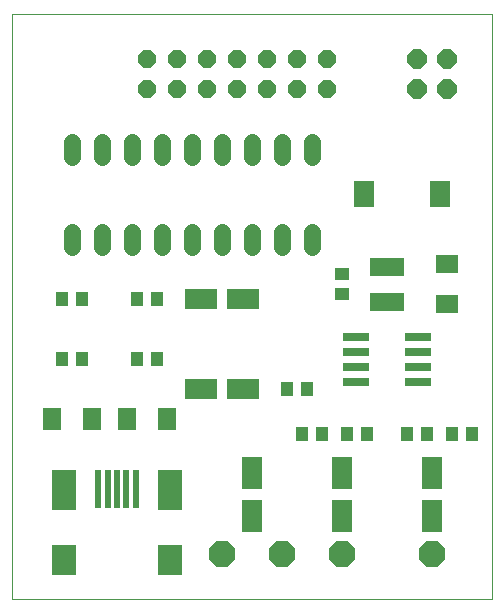
<source format=gts>
G75*
%MOIN*%
%OFA0B0*%
%FSLAX25Y25*%
%IPPOS*%
%LPD*%
%AMOC8*
5,1,8,0,0,1.08239X$1,22.5*
%
%ADD10C,0.00000*%
%ADD11OC8,0.08900*%
%ADD12R,0.06699X0.10636*%
%ADD13R,0.10636X0.06699*%
%ADD14R,0.11817X0.06306*%
%ADD15R,0.07487X0.05912*%
%ADD16R,0.09061X0.02762*%
%ADD17C,0.05600*%
%ADD18OC8,0.06400*%
%ADD19R,0.04337X0.04731*%
%ADD20OC8,0.06000*%
%ADD21R,0.06699X0.09061*%
%ADD22R,0.04731X0.04337*%
%ADD23R,0.05912X0.07487*%
%ADD24R,0.08274X0.10243*%
%ADD25R,0.08274X0.13392*%
%ADD26R,0.02369X0.12605*%
D10*
X0001800Y0001800D02*
X0001800Y0196800D01*
X0161800Y0196800D01*
X0161800Y0001800D01*
X0001800Y0001800D01*
D11*
X0071800Y0016800D03*
X0091800Y0016800D03*
X0111800Y0016800D03*
X0141800Y0016800D03*
D12*
X0141800Y0029713D03*
X0141800Y0043887D03*
X0111800Y0043887D03*
X0111800Y0029713D03*
X0081800Y0029713D03*
X0081800Y0043887D03*
D13*
X0078887Y0071800D03*
X0064713Y0071800D03*
X0064713Y0101800D03*
X0078887Y0101800D03*
D14*
X0126800Y0100894D03*
X0126800Y0112706D03*
D15*
X0146800Y0113493D03*
X0146800Y0100107D03*
D16*
X0137036Y0089300D03*
X0137036Y0084300D03*
X0137036Y0079300D03*
X0137036Y0074300D03*
X0116564Y0074300D03*
X0116564Y0079300D03*
X0116564Y0084300D03*
X0116564Y0089300D03*
D17*
X0101800Y0119200D02*
X0101800Y0124400D01*
X0091800Y0124400D02*
X0091800Y0119200D01*
X0081800Y0119200D02*
X0081800Y0124400D01*
X0071800Y0124400D02*
X0071800Y0119200D01*
X0061800Y0119200D02*
X0061800Y0124400D01*
X0051800Y0124400D02*
X0051800Y0119200D01*
X0041800Y0119200D02*
X0041800Y0124400D01*
X0031800Y0124400D02*
X0031800Y0119200D01*
X0021800Y0119200D02*
X0021800Y0124400D01*
X0021800Y0149200D02*
X0021800Y0154400D01*
X0031800Y0154400D02*
X0031800Y0149200D01*
X0041800Y0149200D02*
X0041800Y0154400D01*
X0051800Y0154400D02*
X0051800Y0149200D01*
X0061800Y0149200D02*
X0061800Y0154400D01*
X0071800Y0154400D02*
X0071800Y0149200D01*
X0081800Y0149200D02*
X0081800Y0154400D01*
X0091800Y0154400D02*
X0091800Y0149200D01*
X0101800Y0149200D02*
X0101800Y0154400D01*
D18*
X0136800Y0171800D03*
X0136800Y0181800D03*
X0146800Y0181800D03*
X0146800Y0171800D03*
D19*
X0100146Y0071800D03*
X0093454Y0071800D03*
X0098454Y0056800D03*
X0105146Y0056800D03*
X0113454Y0056800D03*
X0120146Y0056800D03*
X0133454Y0056800D03*
X0140146Y0056800D03*
X0148454Y0056800D03*
X0155146Y0056800D03*
X0050146Y0081800D03*
X0043454Y0081800D03*
X0043454Y0101800D03*
X0050146Y0101800D03*
X0025146Y0101800D03*
X0018454Y0101800D03*
X0018454Y0081800D03*
X0025146Y0081800D03*
D20*
X0046800Y0171800D03*
X0046800Y0181800D03*
X0056800Y0181800D03*
X0056800Y0171800D03*
X0066800Y0171800D03*
X0066800Y0181800D03*
X0076800Y0181800D03*
X0076800Y0171800D03*
X0086800Y0171800D03*
X0086800Y0181800D03*
X0096800Y0181800D03*
X0096800Y0171800D03*
X0106800Y0171800D03*
X0106800Y0181800D03*
D21*
X0119202Y0136800D03*
X0144398Y0136800D03*
D22*
X0111800Y0110146D03*
X0111800Y0103454D03*
D23*
X0053493Y0061800D03*
X0040107Y0061800D03*
X0028493Y0061800D03*
X0015107Y0061800D03*
D24*
X0019280Y0014989D03*
X0054320Y0014989D03*
D25*
X0054320Y0038217D03*
X0019280Y0038217D03*
D26*
X0030501Y0038611D03*
X0033650Y0038611D03*
X0036800Y0038611D03*
X0039950Y0038611D03*
X0043099Y0038611D03*
M02*

</source>
